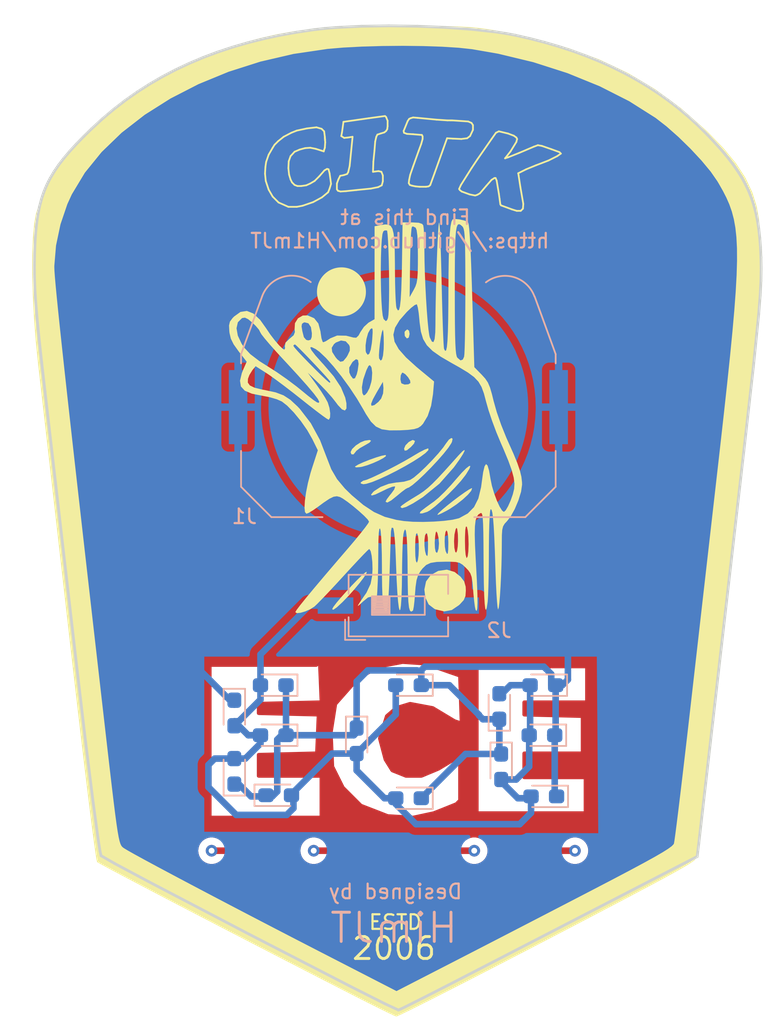
<source format=kicad_pcb>
(kicad_pcb (version 20211014) (generator pcbnew)
  (layers (0 "F.Cu" signal) (31 "B.Cu" signal) (34 "B.Paste" user) (35 "F.Paste" user) (36 "B.SilkS" user "B.Silkscreen") (37 "F.SilkS" user "F.Silkscreen") (38 "B.Mask" user) (39 "F.Mask" user) (44 "Edge.Cuts" user))
  (net 0 "")
  (net 1 "GND")
  (net 2 "+3V3")
  (net 3 "Net-(J1-Pad2)")
  (footprint "cit:Name" (layer "F.Cu") (at 153.1125 63.875)
    (fp_text reference "REF**" hide)
    (fp_text value "Name")
  )
  (footprint "cit:logo_inside" (layer "F.Cu") (at 154.4 83.1)
    (fp_text reference "REF**" hide)
    (fp_text value "logo_inside")
  )
  (footprint "cit:logo" (layer "F.Cu") (at 153.3 87.1)
    (fp_text reference "REF**" hide)
    (fp_text value "logo")
  )
  (footprint "cit:ECE" (layer "F.Cu") (at 153.035 104.14)
    (fp_text reference "REF**" hide)
    (fp_text value "ECE")
  )
  (footprint "LED_SMD:LED_0603_1608Metric_Pad1.05x0.95mm_HandSolder" (layer "B.Cu") (at 144.526 100.457 180)
    (fp_text reference "D7" hide)
    (fp_text value "LED")
    (pad "1" smd roundrect locked (at -0.875 0 180) (size 1.05 0.95) (layers "B.Cu" "B.Paste" "B.Mask") (net 1 "GND"))
    (pad "2" smd roundrect locked (at 0.875 0 180) (size 1.05 0.95) (layers "B.Cu" "B.Paste" "B.Mask") (net 2 "+3V3"))
  )
  (footprint "LED_SMD:LED_0603_1608Metric_Pad1.05x0.95mm_HandSolder" (layer "B.Cu") (at 144.9 108)
    (fp_text reference "D3" hide)
    (fp_text value "LED")
    (pad "1" smd roundrect locked (at -0.875 0) (size 1.05 0.95) (layers "B.Cu" "B.Paste" "B.Mask") (net 1 "GND"))
    (pad "2" smd roundrect locked (at 0.875 0) (size 1.05 0.95) (layers "B.Cu" "B.Paste" "B.Mask") (net 2 "+3V3"))
  )
  (footprint "LED_SMD:LED_0603_1608Metric_Pad1.05x0.95mm_HandSolder" (layer "B.Cu") (at 153.797 108.204 180)
    (fp_text reference "D8" hide)
    (fp_text value "LED")
    (pad "1" smd roundrect locked (at -0.875 0 180) (size 1.05 0.95) (layers "B.Cu" "B.Paste" "B.Mask") (net 1 "GND"))
    (pad "2" smd roundrect locked (at 0.875 0 180) (size 1.05 0.95) (layers "B.Cu" "B.Paste" "B.Mask") (net 2 "+3V3"))
  )
  (footprint "LED_SMD:LED_0603_1608Metric_Pad1.05x0.95mm_HandSolder" (layer "B.Cu") (at 163.0035 100.457 180)
    (fp_text reference "D2" hide)
    (fp_text value "LED")
    (pad "1" smd roundrect locked (at -0.875 0 180) (size 1.05 0.95) (layers "B.Cu" "B.Paste" "B.Mask") (net 1 "GND"))
    (pad "2" smd roundrect locked (at 0.875 0 180) (size 1.05 0.95) (layers "B.Cu" "B.Paste" "B.Mask") (net 2 "+3V3"))
  )
  (footprint "LED_SMD:LED_0603_1608Metric_Pad1.05x0.95mm_HandSolder" (layer "B.Cu") (at 150.241 104.267 -90)
    (fp_text reference "D13" hide)
    (fp_text value "LED")
    (pad "1" smd roundrect locked (at -0.875 0 270) (size 1.05 0.95) (layers "B.Cu" "B.Paste" "B.Mask") (net 1 "GND"))
    (pad "2" smd roundrect locked (at 0.875 0 270) (size 1.05 0.95) (layers "B.Cu" "B.Paste" "B.Mask") (net 2 "+3V3"))
  )
  (footprint "Battery:BatteryHolder_Keystone_3034_1x20mm" (layer "B.Cu") (at 153.1 81.4)
    (fp_text reference "J1" (at -10.554 7.493) (layer "B.SilkS") (effects (justify mirror)))
    (fp_text value "Conn_01x02")
    (pad "1" smd rect locked (at 10.985 0) (size 1.27 5.08) (layers "B.Cu" "B.Paste" "B.Mask") (net 1 "GND"))
    (pad "1" smd rect locked (at -10.985 0) (size 1.27 5.08) (layers "B.Cu" "B.Paste" "B.Mask") (net 1 "GND"))
    (pad "2" smd circle locked (at 0 0) (size 17.8 17.8) (layers "B.Cu" "B.Mask") (net 3 "Net-(J1-Pad2)"))
  )
  (footprint "LED_SMD:LED_0603_1608Metric_Pad1.05x0.95mm_HandSolder" (layer "B.Cu") (at 163.068 108.077 180)
    (fp_text reference "D11" hide)
    (fp_text value "LED")
    (pad "1" smd roundrect locked (at -0.875 0 180) (size 1.05 0.95) (layers "B.Cu" "B.Paste" "B.Mask") (net 1 "GND"))
    (pad "2" smd roundrect locked (at 0.875 0 180) (size 1.05 0.95) (layers "B.Cu" "B.Paste" "B.Mask") (net 2 "+3V3"))
  )
  (footprint "LED_SMD:LED_0603_1608Metric_Pad1.05x0.95mm_HandSolder" (layer "B.Cu") (at 162.941 103.886 180)
    (fp_text reference "D4" hide)
    (fp_text value "LED")
    (pad "1" smd roundrect locked (at -0.875 0 180) (size 1.05 0.95) (layers "B.Cu" "B.Paste" "B.Mask") (net 1 "GND"))
    (pad "2" smd roundrect locked (at 0.875 0 180) (size 1.05 0.95) (layers "B.Cu" "B.Paste" "B.Mask") (net 2 "+3V3"))
  )
  (footprint "LED_SMD:LED_0603_1608Metric_Pad1.05x0.95mm_HandSolder" (layer "B.Cu") (at 144.526 103.886 180)
    (fp_text reference "D1" hide)
    (fp_text value "LED")
    (pad "1" smd roundrect locked (at -0.875 0 180) (size 1.05 0.95) (layers "B.Cu" "B.Paste" "B.Mask") (net 1 "GND"))
    (pad "2" smd roundrect locked (at 0.875 0 180) (size 1.05 0.95) (layers "B.Cu" "B.Paste" "B.Mask") (net 2 "+3V3"))
  )
  (footprint "LED_SMD:LED_0603_1608Metric_Pad1.05x0.95mm_HandSolder" (layer "B.Cu") (at 141.859 102.362 -90)
    (fp_text reference "D9" hide)
    (fp_text value "LED")
    (pad "1" smd roundrect locked (at -0.875 0 270) (size 1.05 0.95) (layers "B.Cu" "B.Paste" "B.Mask") (net 1 "GND"))
    (pad "2" smd roundrect locked (at 0.875 0 270) (size 1.05 0.95) (layers "B.Cu" "B.Paste" "B.Mask") (net 2 "+3V3"))
  )
  (footprint "LED_SMD:LED_0603_1608Metric_Pad1.05x0.95mm_HandSolder" (layer "B.Cu") (at 153.797 100.457 180)
    (fp_text reference "D10" hide)
    (fp_text value "LED")
    (pad "1" smd roundrect locked (at -0.875 0 180) (size 1.05 0.95) (layers "B.Cu" "B.Paste" "B.Mask") (net 1 "GND"))
    (pad "2" smd roundrect locked (at 0.875 0 180) (size 1.05 0.95) (layers "B.Cu" "B.Paste" "B.Mask") (net 2 "+3V3"))
  )
  (footprint "LED_SMD:LED_0603_1608Metric_Pad1.05x0.95mm_HandSolder" (layer "B.Cu") (at 160.147 106.045 -90)
    (fp_text reference "D6" hide)
    (fp_text value "LED")
    (pad "1" smd roundrect locked (at -0.875 0 270) (size 1.05 0.95) (layers "B.Cu" "B.Paste" "B.Mask") (net 1 "GND"))
    (pad "2" smd roundrect locked (at 0.875 0 270) (size 1.05 0.95) (layers "B.Cu" "B.Paste" "B.Mask") (net 2 "+3V3"))
  )
  (footprint "Button_Switch_SMD:SW_DIP_SPSTx01_Slide_6.7x4.1mm_W8.61mm_P2.54mm_LowProfile" (layer "B.Cu") (at 153.1 95)
    (fp_text reference "J2" (at 6.9 1.7) (layer "B.SilkS") (effects (justify mirror)))
    (fp_text value "Conn_01x02")
    (pad "1" smd rect locked (at -4.305 0) (size 2.44 1.12) (layers "B.Cu" "B.Paste" "B.Mask") (net 2 "+3V3"))
    (pad "2" smd rect locked (at 4.305 0) (size 2.44 1.12) (layers "B.Cu" "B.Paste" "B.Mask") (net 3 "Net-(J1-Pad2)"))
  )
  (footprint "LED_SMD:LED_0603_1608Metric_Pad1.05x0.95mm_HandSolder" (layer "B.Cu") (at 160.02 101.9165 90)
    (fp_text reference "D5" hide)
    (fp_text value "LED")
    (pad "1" smd roundrect locked (at -0.875 0 90) (size 1.05 0.95) (layers "B.Cu" "B.Paste" "B.Mask") (net 1 "GND"))
    (pad "2" smd roundrect locked (at 0.875 0 90) (size 1.05 0.95) (layers "B.Cu" "B.Paste" "B.Mask") (net 2 "+3V3"))
  )
  (footprint "LED_SMD:LED_0603_1608Metric_Pad1.05x0.95mm_HandSolder" (layer "B.Cu") (at 141.859 106.3615 90)
    (fp_text reference "D12" hide)
    (fp_text value "LED")
    (pad "1" smd roundrect locked (at -0.875 0 90) (size 1.05 0.95) (layers "B.Cu" "B.Paste" "B.Mask") (net 1 "GND"))
    (pad "2" smd roundrect locked (at 0.875 0 90) (size 1.05 0.95) (layers "B.Cu" "B.Paste" "B.Mask") (net 2 "+3V3"))
  )
  (gr_line (start 136.5 71) (end 140.9 67.6) (layer "F.Cu") (width 0.45))
  (gr_line (start 169.7 71.3) (end 163.7 94.7) (layer "F.Cu") (width 0.45))
  (gr_line (start 142.5 94.4) (end 136.5 71) (layer "F.Cu") (width 0.45))
  (gr_line (start 165.3 67.9) (end 169.7 71.3) (layer "F.Cu") (width 0.45))
  (gr_circle (center 149.2 73.5) (end 150.8 73.592839) (layer "F.SilkS") (width 0.15) (fill solid))
  (gr_line (start 173.576087 112.198905) (end 158.606376 119.931571) (layer "Edge.Cuts") (width 0.191116))
  (gr_line (start 153.103507 122.718756) (end 152.165147 122.281473) (layer "Edge.Cuts") (width 0.191116))
  (gr_line (start 166.865912 57.698716) (end 167.72642 58.085078) (layer "Edge.Cuts") (width 0.191116))
  (gr_line (start 128.347499 75.396347) (end 128.252593 74.277923) (layer "Edge.Cuts") (width 0.191116))
  (gr_line (start 132.08142 62.322806) (end 132.08142 62.322806) (layer "Edge.Cuts") (width 0.191116))
  (gr_line (start 165.977927 57.338118) (end 166.865912 57.698716) (layer "Edge.Cuts") (width 0.191116))
  (gr_line (start 177.948768 71.130667) (end 177.963284 71.907481) (layer "Edge.Cuts") (width 0.191116))
  (gr_line (start 175.243134 63.781892) (end 175.650119 64.267387) (layer "Edge.Cuts") (width 0.191116))
  (gr_line (start 154.404708 55.298337) (end 156.335451 55.378798) (layer "Edge.Cuts") (width 0.191116))
  (gr_line (start 168.559837 58.497404) (end 169.366547 58.935892) (layer "Edge.Cuts") (width 0.191116))
  (gr_line (start 128.503918 67.677923) (end 128.640512 67.15853) (layer "Edge.Cuts") (width 0.191116))
  (gr_line (start 160.485991 55.796404) (end 161.112373 55.914595) (layer "Edge.Cuts") (width 0.191116))
  (gr_line (start 173.576087 112.198905) (end 173.576087 112.198905) (layer "Edge.Cuts") (width 0.191116))
  (gr_line (start 135.96693 113.910425) (end 133.653528 112.674311) (layer "Edge.Cuts") (width 0.191116))
  (gr_line (start 170.901388 59.892158) (end 171.630289 60.410335) (layer "Edge.Cuts") (width 0.191116))
  (gr_line (start 150.56229 55.299234) (end 152.451059 55.271003) (layer "Edge.Cuts") (width 0.191116))
  (gr_line (start 128.160752 72.469098) (end 128.155101 71.662601) (layer "Edge.Cuts") (width 0.191116))
  (gr_line (start 132.724716 112.142569) (end 132.724716 112.142569) (layer "Edge.Cuts") (width 0.191116))
  (gr_line (start 129.238792 65.721924) (end 129.510065 65.263937) (layer "Edge.Cuts") (width 0.191116))
  (gr_line (start 131.09436 99.492835) (end 131.09436 99.492835) (layer "Edge.Cuts") (width 0.191116))
  (gr_line (start 140.721618 57.066325) (end 141.743981 56.728456) (layer "Edge.Cuts") (width 0.191116))
  (gr_line (start 128.252593 74.277923) (end 128.191797 73.321523) (layer "Edge.Cuts") (width 0.191116))
  (gr_line (start 147.330535 55.532134) (end 148.042818 55.451093) (layer "Edge.Cuts") (width 0.191116))
  (gr_line (start 129.510065 65.263937) (end 129.82177 64.806571) (layer "Edge.Cuts") (width 0.191116))
  (gr_line (start 177.600627 68.090529) (end 177.711684 68.630602) (layer "Edge.Cuts") (width 0.191116))
  (gr_line (start 132.654639 111.840036) (end 132.532983 111.068399) (layer "Edge.Cuts") (width 0.191116))
  (gr_line (start 132.823929 61.639939) (end 133.592011 60.992647) (layer "Edge.Cuts") (width 0.191116))
  (gr_line (start 132.532983 111.068399) (end 132.16168 108.325343) (layer "Edge.Cuts") (width 0.191116))
  (gr_line (start 164.117986 56.693415) (end 165.06208 57.003085) (layer "Edge.Cuts") (width 0.191116))
  (gr_line (start 170.146936 59.400744) (end 170.901388 59.892158) (layer "Edge.Cuts") (width 0.191116))
  (gr_line (start 177.79477 75.022901) (end 177.42506 78.665998) (layer "Edge.Cuts") (width 0.191116))
  (gr_line (start 177.947832 72.754324) (end 177.894349 73.762398) (layer "Edge.Cuts") (width 0.191116))
  (gr_line (start 173.687171 111.301947) (end 173.687171 111.301947) (layer "Edge.Cuts") (width 0.191116))
  (gr_line (start 128.170486 70.843985) (end 128.199582 70.115251) (layer "Edge.Cuts") (width 0.191116))
  (gr_line (start 139.729654 57.43762) (end 140.721618 57.066325) (layer "Edge.Cuts") (width 0.191116))
  (gr_line (start 177.42506 78.665998) (end 176.774185 84.413214) (layer "Edge.Cuts") (width 0.191116))
  (gr_line (start 176.016112 64.740338) (end 176.343141 65.205396) (layer "Edge.Cuts") (width 0.191116))
  (gr_line (start 141.743981 56.728456) (end 142.797279 56.423773) (layer "Edge.Cuts") (width 0.191116))
  (gr_line (start 156.335451 55.378798) (end 158.1555 55.509953) (layer "Edge.Cuts") (width 0.191116))
  (gr_line (start 128.880447 80.304228) (end 128.657068 78.351452) (layer "Edge.Cuts") (width 0.191116))
  (gr_line (start 156.516622 121.009736) (end 154.782519 121.894673) (layer "Edge.Cuts") (width 0.191116))
  (gr_line (start 131.09436 99.492835) (end 128.880447 80.304228) (layer "Edge.Cuts") (width 0.191116))
  (gr_line (start 128.394233 68.227399) (end 128.503918 67.677923) (layer "Edge.Cuts") (width 0.191116))
  (gr_line (start 144.998821 55.913013) (end 146.148139 55.706457) (layer "Edge.Cuts") (width 0.191116))
  (gr_line (start 158.606376 119.931571) (end 156.516622 121.009736) (layer "Edge.Cuts") (width 0.191116))
  (gr_line (start 174.657455 102.855902) (end 173.687171 111.301947) (layer "Edge.Cuts") (width 0.191116))
  (gr_line (start 174.29808 62.75466) (end 174.793131 63.2792) (layer "Edge.Cuts") (width 0.191116))
  (gr_line (start 128.199582 70.115251) (end 128.244769 69.440171) (layer "Edge.Cuts") (width 0.191116))
  (gr_line (start 135.207036 59.803829) (end 136.055053 59.261827) (layer "Edge.Cuts") (width 0.191116))
  (gr_line (start 152.165147 122.281473) (end 149.844925 121.112829) (layer "Edge.Cuts") (width 0.191116))
  (gr_line (start 128.170486 70.843985) (end 128.170486 70.843985) (layer "Edge.Cuts") (width 0.191116))
  (gr_line (start 161.112373 55.914595) (end 162.143518 56.14937) (layer "Edge.Cuts") (width 0.191116))
  (gr_line (start 153.584627 122.494855) (end 153.243186 122.659561) (layer "Edge.Cuts") (width 0.191116))
  (gr_line (start 159.777069 55.689364) (end 160.485991 55.796404) (layer "Edge.Cuts") (width 0.191116))
  (gr_line (start 153.103507 122.718756) (end 153.103507 122.718756) (layer "Edge.Cuts") (width 0.191116))
  (gr_line (start 142.9032 117.538615) (end 135.96693 113.910425) (layer "Edge.Cuts") (width 0.191116))
  (gr_line (start 138.767551 57.842578) (end 139.729654 57.43762) (layer "Edge.Cuts") (width 0.191116))
  (gr_line (start 148.826186 55.385466) (end 150.56229 55.299234) (layer "Edge.Cuts") (width 0.191116))
  (gr_line (start 128.719745 66.908273) (end 128.80672 66.663328) (layer "Edge.Cuts") (width 0.191116))
  (gr_line (start 158.606376 119.931571) (end 158.606376 119.931571) (layer "Edge.Cuts") (width 0.191116))
  (gr_line (start 137.834774 58.28144) (end 138.767551 57.842578) (layer "Edge.Cuts") (width 0.191116))
  (gr_line (start 176.888419 66.130444) (end 177.110723 66.599739) (layer "Edge.Cuts") (width 0.191116))
  (gr_line (start 177.464799 67.575129) (end 177.600627 68.090529) (layer "Edge.Cuts") (width 0.191116))
  (gr_line (start 176.774185 84.413214) (end 176.774185 84.413214) (layer "Edge.Cuts") (width 0.191116))
  (gr_line (start 142.797279 56.423773) (end 143.882047 56.152038) (layer "Edge.Cuts") (width 0.191116))
  (gr_line (start 136.930787 58.754443) (end 137.834774 58.28144) (layer "Edge.Cuts") (width 0.191116))
  (gr_line (start 132.724716 112.142569) (end 132.654639 111.840036) (layer "Edge.Cuts") (width 0.191116))
  (gr_line (start 174.29808 62.75466) (end 174.29808 62.75466) (layer "Edge.Cuts") (width 0.191116))
  (gr_line (start 148.042818 55.451093) (end 148.826186 55.385466) (layer "Edge.Cuts") (width 0.191116))
  (gr_line (start 177.8 69.2) (end 177.8676 69.803376) (layer "Edge.Cuts") (width 0.191116))
  (gr_line (start 161.112373 55.914595) (end 161.112373 55.914595) (layer "Edge.Cuts") (width 0.191116))
  (gr_line (start 177.948768 71.130667) (end 177.948768 71.130667) (layer "Edge.Cuts") (width 0.191116))
  (gr_line (start 158.1555 55.509953) (end 159.777069 55.689364) (layer "Edge.Cuts") (width 0.191116))
  (gr_line (start 128.308751 68.812851) (end 128.394233 68.227399) (layer "Edge.Cuts") (width 0.191116))
  (gr_line (start 176.343141 65.205396) (end 176.633234 65.667214) (layer "Edge.Cuts") (width 0.191116))
  (gr_line (start 147.330535 55.532134) (end 147.330535 55.532134) (layer "Edge.Cuts") (width 0.191116))
  (gr_line (start 177.711684 68.630602) (end 177.8 69.2) (layer "Edge.Cuts") (width 0.191116))
  (gr_line (start 132.08142 62.322806) (end 132.823929 61.639939) (layer "Edge.Cuts") (width 0.191116))
  (gr_line (start 176.774185 84.413214) (end 174.657455 102.855902) (layer "Edge.Cuts") (width 0.191116))
  (gr_line (start 171.630289 60.410335) (end 172.334023 60.955474) (layer "Edge.Cuts") (width 0.191116))
  (gr_line (start 177.916514 70.445381) (end 177.948768 71.130667) (layer "Edge.Cuts") (width 0.191116))
  (gr_line (start 167.72642 58.085078) (end 168.559837 58.497404) (layer "Edge.Cuts") (width 0.191116))
  (gr_line (start 177.894349 73.762398) (end 177.79477 75.022901) (layer "Edge.Cuts") (width 0.191116))
  (gr_line (start 134.386201 60.38069) (end 135.207036 59.803829) (layer "Edge.Cuts") (width 0.191116))
  (gr_line (start 173.687171 111.301947) (end 173.576087 112.198905) (layer "Edge.Cuts") (width 0.191116))
  (gr_line (start 158.606376 119.931571) (end 158.606376 119.931571) (layer "Edge.Cuts") (width 0.191116))
  (gr_line (start 128.657068 78.351452) (end 128.480871 76.73484) (layer "Edge.Cuts") (width 0.191116))
  (gr_line (start 131.526992 62.865459) (end 132.08142 62.322806) (layer "Edge.Cuts") (width 0.191116))
  (gr_line (start 131.664305 104.328466) (end 131.09436 99.492835) (layer "Edge.Cuts") (width 0.191116))
  (gr_line (start 172.334023 60.955474) (end 173.012976 61.527774) (layer "Edge.Cuts") (width 0.191116))
  (gr_line (start 128.244769 69.440171) (end 128.308751 68.812851) (layer "Edge.Cuts") (width 0.191116))
  (gr_line (start 169.366547 58.935892) (end 170.146936 59.400744) (layer "Edge.Cuts") (width 0.191116))
  (gr_line (start 143.882047 56.152038) (end 144.998821 55.913013) (layer "Edge.Cuts") (width 0.191116))
  (gr_line (start 177.8676 69.803376) (end 177.916514 70.445381) (layer "Edge.Cuts") (width 0.191116))
  (gr_line (start 128.480871 76.73484) (end 128.347499 75.396347) (layer "Edge.Cuts") (width 0.191116))
  (gr_line (start 128.191797 73.321523) (end 128.160752 72.469098) (layer "Edge.Cuts") (width 0.191116))
  (gr_line (start 129.005245 66.186423) (end 129.117471 65.952991) (layer "Edge.Cuts") (width 0.191116))
  (gr_line (start 177.963284 71.907481) (end 177.947832 72.754324) (layer "Edge.Cuts") (width 0.191116))
  (gr_line (start 133.592011 60.992647) (end 134.386201 60.38069) (layer "Edge.Cuts") (width 0.191116))
  (gr_line (start 173.667534 62.127437) (end 174.29808 62.75466) (layer "Edge.Cuts") (width 0.191116))
  (gr_line (start 174.793131 63.2792) (end 175.243134 63.781892) (layer "Edge.Cuts") (width 0.191116))
  (gr_line (start 130.176611 64.343933) (end 130.577292 63.870129) (layer "Edge.Cuts") (width 0.191116))
  (gr_line (start 165.06208 57.003085) (end 165.977927 57.338118) (layer "Edge.Cuts") (width 0.191116))
  (gr_line (start 128.901773 66.422956) (end 129.005245 66.186423) (layer "Edge.Cuts") (width 0.191116))
  (gr_line (start 146.148139 55.706457) (end 147.330535 55.532134) (layer "Edge.Cuts") (width 0.191116))
  (gr_line (start 136.055053 59.261827) (end 136.930787 58.754443) (layer "Edge.Cuts") (width 0.191116))
  (gr_line (start 163.14526 56.40891) (end 164.117986 56.693415) (layer "Edge.Cuts") (width 0.191116))
  (gr_line (start 162.143518 56.14937) (end 163.14526 56.40891) (layer "Edge.Cuts") (width 0.191116))
  (gr_line (start 128.880447 80.304228) (end 128.880447 80.304228) (layer "Edge.Cuts") (width 0.191116))
  (gr_line (start 128.640512 67.15853) (end 128.719745 66.908273) (layer "Edge.Cuts") (width 0.191116))
  (gr_line (start 174.657455 102.855902) (end 174.657455 102.855902) (layer "Edge.Cuts") (width 0.191116))
  (gr_line (start 175.650119 64.267387) (end 176.016112 64.740338) (layer "Edge.Cuts") (width 0.191116))
  (gr_line (start 131.026517 63.379269) (end 131.526992 62.865459) (layer "Edge.Cuts") (width 0.191116))
  (gr_line (start 129.82177 64.806571) (end 130.176611 64.343933) (layer "Edge.Cuts") (width 0.191116))
  (gr_line (start 128.155101 71.662601) (end 128.170486 70.843985) (layer "Edge.Cuts") (width 0.191116))
  (gr_line (start 154.782519 121.894673) (end 153.584627 122.494855) (layer "Edge.Cuts") (width 0.191116))
  (gr_line (start 149.844925 121.112829) (end 142.9032 117.538615) (layer "Edge.Cuts") (width 0.191116))
  (gr_line (start 177.302174 67.079749) (end 177.464799 67.575129) (layer "Edge.Cuts") (width 0.191116))
  (gr_line (start 153.243186 122.659561) (end 153.103507 122.718756) (layer "Edge.Cuts") (width 0.191116))
  (gr_line (start 132.16168 108.325343) (end 131.664305 104.328466) (layer "Edge.Cuts") (width 0.191116))
  (gr_line (start 130.577292 63.870129) (end 131.026517 63.379269) (layer "Edge.Cuts") (width 0.191116))
  (gr_line (start 133.653528 112.674311) (end 132.724716 112.142569) (layer "Edge.Cuts") (width 0.191116))
  (gr_line (start 152.451059 55.271003) (end 154.404708 55.298337) (layer "Edge.Cuts") (width 0.191116))
  (gr_line (start 129.117471 65.952991) (end 129.238792 65.721924) (layer "Edge.Cuts") (width 0.191116))
  (gr_line (start 176.633234 65.667214) (end 176.888419 66.130444) (layer "Edge.Cuts") (width 0.191116))
  (gr_line (start 128.80672 66.663328) (end 128.901773 66.422956) (layer "Edge.Cuts") (width 0.191116))
  (gr_line (start 173.012976 61.527774) (end 173.667534 62.127437) (layer "Edge.Cuts") (width 0.191116))
  (gr_line (start 177.110723 66.599739) (end 177.302174 67.079749) (layer "Edge.Cuts") (width 0.191116))
  (gr_text "Designed by" (at 152.9 114.6) (layer "B.SilkS") (effects (font (size 1 1)) (justify mirror)))
  (gr_text "Find this at \nhttps://github.com/H1mJT" (at 153.2 69.2) (layer "B.SilkS") (effects (font (size 1 1)) (justify mirror)))
  (gr_text "HimJT" (at 152.8 117.1) (layer "B.SilkS") (effects (font (size 2 2) (thickness 0.2)) (justify mirror)))
  (gr_text "2006" (at 152.8 118.5) (layer "F.SilkS") (effects (font (size 1.5 1.5) (thickness 0.2))))
  (gr_text "ESTD" (at 152.9 116.7) (layer "F.SilkS") (effects (font (size 1 1))))
  (segment (start 162.7 111.8) (end 157.1 117.4) (width 0.45) (layer "F.Cu") (net 0))
  (segment (start 158.3 111.8) (end 157.1 111.8) (width 0.45) (layer "F.Cu") (net 0))
  (segment (start 142.8 111.8) (end 148.3 117.3) (width 0.45) (layer "F.Cu") (net 0))
  (segment (start 140.3 111.8) (end 142.8 111.8) (width 0.45) (layer "F.Cu") (net 0))
  (segment (start 147.3 111.8) (end 148.8 111.8) (width 0.45) (layer "F.Cu") (net 0))
  (segment (start 157.1 111.8) (end 154.2 114.7) (width 0.45) (layer "F.Cu") (net 0))
  (segment (start 165.2 111.8) (end 162.7 111.8) (width 0.45) (layer "F.Cu") (net 0))
  (segment (start 148.8 111.8) (end 151.7 114.7) (width 0.45) (layer "F.Cu") (net 0))
  (via (at 140.3 111.8) (size 0.8) (drill 0.4) (layers "F.Cu" "B.Cu") (net 0))
  (via (at 158.3 111.8) (size 0.8) (drill 0.4) (layers "F.Cu" "B.Cu") (net 0))
  (via (at 147.3 111.8) (size 0.8) (drill 0.4) (layers "F.Cu" "B.Cu") (net 0))
  (via (at 165.2 111.8) (size 0.8) (drill 0.4) (layers "F.Cu" "B.Cu") (net 0))
  (segment (start 163.8785 103.8235) (end 163.816 103.886) (width 0.45) (layer "B.Cu") (net 1))
  (segment (start 164.085 96.902) (end 164.719 97.536) (width 0.45) (layer "B.Cu") (net 1))
  (segment (start 144.4615 108.077) (end 144.79948 107.73902) (width 0.45) (layer "B.Cu") (net 1))
  (segment (start 160.02 105.3455) (end 160.147 105.4725) (width 0.45) (layer "B.Cu") (net 1))
  (segment (start 158.8915 102.7915) (end 160.02 102.7915) (width 0.45) (layer "B.Cu") (net 1))
  (segment (start 135.128 95.0585) (end 135.128 85.217) (width 0.45) (layer "B.Cu") (net 1))
  (segment (start 144.79948 107.73902) (end 144.79948 104.18502) (width 0.45) (layer "B.Cu") (net 1))
  (segment (start 150.241 103.6945) (end 150.241 100.203) (width 0.45) (layer "B.Cu") (net 1))
  (segment (start 157.706 105.17) (end 160.147 105.17) (width 0.45) (layer "B.Cu") (net 1))
  (segment (start 154.913 99.187) (end 154.672 99.428) (width 0.45) (layer "B.Cu") (net 1))
  (segment (start 154.672 108.204) (end 157.706 105.17) (width 0.45) (layer "B.Cu") (net 1))
  (segment (start 160.02 102.489) (end 160.02 105.3455) (width 0.45) (layer "B.Cu") (net 1))
  (segment (start 154.385 99.441) (end 154.672 99.728) (width 0.45) (layer "B.Cu") (net 1))
  (segment (start 141.859 106.934) (end 143.002 108.077) (width 0.45) (layer "B.Cu") (net 1))
  (segment (start 164.719 97.536) (end 164.719 100.076) (width 0.45) (layer "B.Cu") (net 1))
  (segment (start 141.859 101.7895) (end 135.128 95.0585) (width 0.45) (layer "B.Cu") (net 1))
  (segment (start 163.576 99.695) (end 163.068 99.187) (width 0.45) (layer "B.Cu") (net 1))
  (segment (start 163.576 103.8235) (end 163.5135 103.886) (width 0.45) (layer "B.Cu") (net 1))
  (segment (start 154.672 99.428) (end 154.672 99.728) (width 0.45) (layer "B.Cu") (net 1))
  (segment (start 158.623 102.523) (end 158.8915 102.7915) (width 0.45) (layer "B.Cu") (net 1))
  (segment (start 164.085 81.4) (end 164.085 96.902) (width 0.45) (layer "B.Cu") (net 1))
  (segment (start 158.623 102.489) (end 158.623 102.523) (width 0.45) (layer "B.Cu") (net 1))
  (segment (start 144.79948 104.18502) (end 145.0985 103.886) (width 0.45) (layer "B.Cu") (net 1))
  (segment (start 163.816 107.95) (end 163.943 108.077) (width 0.45) (layer "B.Cu") (net 1))
  (segment (start 154.3695 100.457) (end 156.591 100.457) (width 0.45) (layer "B.Cu") (net 1))
  (segment (start 164.719 100.076) (end 164.338 100.457) (width 0.45) (layer "B.Cu") (net 1))
  (segment (start 154.672 99.728) (end 154.672 100.457) (width 0.45) (layer "B.Cu") (net 1))
  (segment (start 151.003 99.441) (end 154.385 99.441) (width 0.45) (layer "B.Cu") (net 1))
  (segment (start 138.938 81.407) (end 142.108 81.407) (width 0.45) (layer "B.Cu") (net 1))
  (segment (start 163.576 100.457) (end 163.576 99.695) (width 0.45) (layer "B.Cu") (net 1))
  (segment (start 135.128 85.217) (end 138.938 81.407) (width 0.45) (layer "B.Cu") (net 1))
  (segment (start 150.0495 103.886) (end 150.241 103.6945) (width 0.45) (layer "B.Cu") (net 1))
  (segment (start 145.0985 100.457) (end 145.0985 100.521136) (width 0.45) (layer "B.Cu") (net 1))
  (segment (start 163.068 99.187) (end 154.913 99.187) (width 0.45) (layer "B.Cu") (net 1))
  (segment (start 143.002 108.077) (end 144.4615 108.077) (width 0.45) (layer "B.Cu") (net 1))
  (segment (start 156.591 100.457) (end 158.623 102.489) (width 0.45) (layer "B.Cu") (net 1))
  (segment (start 145.401 103.886) (end 145.401 100.457) (width 0.45) (layer "B.Cu") (net 1))
  (segment (start 142.108 81.407) (end 142.115 81.4) (width 0.45) (layer "B.Cu") (net 1))
  (segment (start 164.338 100.457) (end 163.576 100.457) (width 0.45) (layer "B.Cu") (net 1))
  (segment (start 150.241 100.203) (end 151.003 99.441) (width 0.45) (layer "B.Cu") (net 1))
  (segment (start 145.0985 103.886) (end 150.0495 103.886) (width 0.45) (layer "B.Cu") (net 1))
  (segment (start 163.816 103.886) (end 163.816 107.95) (width 0.45) (layer "B.Cu") (net 1))
  (segment (start 163.8785 100.457) (end 163.8785 103.8235) (width 0.45) (layer "B.Cu") (net 1))
  (segment (start 148.795 95) (end 147 95) (width 0.45) (layer "B.Cu") (net 2))
  (segment (start 162.1285 100.457) (end 162.1285 103.8235) (width 0.45) (layer "B.Cu") (net 2))
  (segment (start 141.859 102.9345) (end 142.8105 103.886) (width 0.45) (layer "B.Cu") (net 2))
  (segment (start 142.1655 102.9345) (end 141.859 102.9345) (width 0.45) (layer "B.Cu") (net 2))
  (segment (start 152.922 108.599) (end 154.305 109.982) (width 0.45) (layer "B.Cu") (net 2))
  (segment (start 143.651 104.449) (end 142.6135 105.4865) (width 0.45) (layer "B.Cu") (net 2))
  (segment (start 160.147 107.061) (end 161.29 108.204) (width 0.45) (layer "B.Cu") (net 2))
  (segment (start 145.909 108.077) (end 145.909 108.891) (width 0.45) (layer "B.Cu") (net 2))
  (segment (start 160.782 100.457) (end 162.431 100.457) (width 0.45) (layer "B.Cu") (net 2))
  (segment (start 140.081 107.442) (end 140.081 105.919) (width 0.45) (layer "B.Cu") (net 2))
  (segment (start 148.558 105.142) (end 150.241 105.142) (width 0.45) (layer "B.Cu") (net 2))
  (segment (start 145.909 108.077) (end 145.909 107.791) (width 0.45) (layer "B.Cu") (net 2))
  (segment (start 162.193 109.206) (end 161.417 109.982) (width 0.45) (layer "B.Cu") (net 2))
  (segment (start 162.1285 103.8235) (end 162.066 103.886) (width 0.45) (layer "B.Cu") (net 2))
  (segment (start 143.651 98.349) (end 143.651 100.457) (width 0.45) (layer "B.Cu") (net 2))
  (segment (start 160.147 106.6175) (end 160.147 107.061) (width 0.45) (layer "B.Cu") (net 2))
  (segment (start 160.147 106.92) (end 161.177 106.92) (width 0.45) (layer "B.Cu") (net 2))
  (segment (start 162.193 108.077) (end 162.193 109.206) (width 0.45) (layer "B.Cu") (net 2))
  (segment (start 154.305 109.982) (end 161.417 109.982) (width 0.45) (layer "B.Cu") (net 2))
  (segment (start 140.081 105.919) (end 140.5135 105.4865) (width 0.45) (layer "B.Cu") (net 2))
  (segment (start 152.922 102.461) (end 150.241 105.142) (width 0.45) (layer "B.Cu") (net 2))
  (segment (start 142.8105 103.886) (end 143.9535 103.886) (width 0.45) (layer "B.Cu") (net 2))
  (segment (start 150.241 104.8395) (end 150.241 106.299) (width 0.45) (layer "B.Cu") (net 2))
  (segment (start 147 95) (end 143.651 98.349) (width 0.45) (layer "B.Cu") (net 2))
  (segment (start 141.986 109.347) (end 140.081 107.442) (width 0.45) (layer "B.Cu") (net 2))
  (segment (start 152.922 108.204) (end 152.922 108.599) (width 0.45) (layer "B.Cu") (net 2))
  (segment (start 162.066 106.031) (end 162.066 103.886) (width 0.45) (layer "B.Cu") (net 2))
  (segment (start 150.241 104.8395) (end 150.5575 104.8395) (width 0.45) (layer "B.Cu") (net 2))
  (segment (start 143.651 101.445) (end 141.859 103.237) (width 0.45) (layer "B.Cu") (net 2))
  (segment (start 152.146 108.204) (end 153.2245 108.204) (width 0.45) (layer "B.Cu") (net 2))
  (segment (start 150.241 106.299) (end 152.146 108.204) (width 0.45) (layer "B.Cu") (net 2))
  (segment (start 161.177 106.92) (end 162.066 106.031) (width 0.45) (layer "B.Cu") (net 2))
  (segment (start 145.909 107.791) (end 148.558 105.142) (width 0.45) (layer "B.Cu") (net 2))
  (segment (start 161.29 108.204) (end 162.3685 108.204) (width 0.45) (layer "B.Cu") (net 2))
  (segment (start 143.651 103.886) (end 143.651 104.449) (width 0.45) (layer "B.Cu") (net 2))
  (segment (start 152.922 100.457) (end 152.922 102.461) (width 0.45) (layer "B.Cu") (net 2))
  (segment (start 143.651 100.457) (end 143.651 101.445) (width 0.45) (layer "B.Cu") (net 2))
  (segment (start 145.669 108.077) (end 145.6065 108.077) (width 0.45) (layer "B.Cu") (net 2))
  (segment (start 162.3685 108.204) (end 162.4955 108.077) (width 0.45) (layer "B.Cu") (net 2))
  (segment (start 160.02 101.219) (end 160.782 100.457) (width 0.45) (layer "B.Cu") (net 2))
  (segment (start 160.02 101.344) (end 160.02 101.219) (width 0.45) (layer "B.Cu") (net 2))
  (segment (start 140.5135 105.4865) (end 141.859 105.4865) (width 0.45) (layer "B.Cu") (net 2))
  (segment (start 145.453 109.347) (end 141.986 109.347) (width 0.45) (layer "B.Cu") (net 2))
  (segment (start 145.909 108.891) (end 145.453 109.347) (width 0.45) (layer "B.Cu") (net 2))
  (segment (start 142.6135 105.4865) (end 141.859 105.4865) (width 0.45) (layer "B.Cu") (net 2))
  (segment (start 157.405 85.705) (end 153.1 81.4) (width 0.45) (layer "B.Cu") (net 3))
  (segment (start 157.405 95) (end 157.405 85.705) (width 0.45) (layer "B.Cu") (net 3))
  (segment (start 157.405 86.158) (end 152.654 81.407) (width 0.45) (layer "B.Cu") (net 3))
  (zone (net 0) (net_name "") (layer "F.Cu") (connect_pads (clearance 0)) (min_thickness 0.254)
    (keepout (tracks not_allowed) (vias not_allowed) (pads not_allowed) (copperpour not_allowed) (footprints allowed))
    (fill (thermal_gap 0.508) (thermal_bridge_width 0.508))
    (polygon (pts (xy 154.9 99.1) (xy 157.2 99.9) (xy 157.3 102.9) (xy 157 102.8) (xy 155.5 101.9) (xy 153.9 101.6) (xy 152.9 101.9) (xy 152.2 102.5) (xy 151.7 104.1) (xy 152.1 105.6) (xy 152.6 106.4) (xy 153.6 106.8) (xy 154.7 106.8) (xy 155.9 106.3) (xy 156.9 105.7) (xy 157.2 105.7) (xy 157.2 108.3) (xy 157 108.5) (xy 155.5 109.1) (xy 154.1 109.4) (xy 152.4 109.3) (xy 150.6 108.6) (xy 149.4 107.4) (xy 148.7 106) (xy 148.6 103.7) (xy 148.9 101.8) (xy 150.4 100.1) (xy 151.8 99.3) (xy 153.4 99)))
  )
  (zone (net 0) (net_name "") (layer "F.Cu") (connect_pads (clearance 0)) (min_thickness 0.254)
    (keepout (tracks not_allowed) (vias not_allowed) (pads not_allowed) (copperpour not_allowed) (footprints allowed))
    (fill (thermal_gap 0.508) (thermal_bridge_width 0.508))
    (polygon (pts (xy 147.7 101.5) (xy 143.4 101.6) (xy 143.4 102.5) (xy 147.5 102.6) (xy 147.4 105) (xy 143.4 105.1) (xy 143.4 106.8) (xy 147.7 106.8) (xy 147.7 109.4) (xy 140.3 109.4) (xy 140.3 99.2) (xy 147.6 99.2) (xy 147.6 99.1)))
  )
  (zone (net 0) (net_name "") (layer "F.Cu") (connect_pads (clearance 0)) (min_thickness 0.254)
    (keepout (tracks not_allowed) (vias not_allowed) (pads not_allowed) (copperpour not_allowed) (footprints allowed))
    (fill (thermal_gap 0.508) (thermal_bridge_width 0.508))
    (polygon (pts (xy 165.9 101.5) (xy 161.6 101.5) (xy 161.6 102.6) (xy 165.6 102.7) (xy 165.6 105) (xy 161.6 105) (xy 161.6 106.9) (xy 165.8 106.9) (xy 165.8 109.1) (xy 158.6 109.1) (xy 158.6 99.3) (xy 165.9 99.3)))
  )
  (zone (net 0) (net_name "") (layer "F.Cu") (connect_pads (clearance 0.508)) (min_thickness 0.254) (fill yes (thermal_gap 0.508) (thermal_bridge_width 0.508))
    (polygon (pts (xy 152.8 53.8) (xy 178.901429 53.801147) (xy 178.801429 123.701147) (xy 125.9 123.1) (xy 126 53.8) (xy 152.5 53.6) (xy 152.6 53.5)))
  )
  (zone (net 0) (net_name "") (layer "B.Cu") (connect_pads (clearance 0)) (min_thickness 0.254)
    (keepout (tracks allowed) (vias allowed) (pads allowed) (copperpour not_allowed) (footprints allowed))
    (fill (thermal_gap 0.508) (thermal_bridge_width 0.508))
    (polygon (pts (xy 166.8 110.6) (xy 139.8 110.5) (xy 139.8 98.5) (xy 166.7 98.5)))
  )
  (zone (net 1) (net_name "GND") (layer "B.Cu") (connect_pads (clearance 0.508)) (min_thickness 0.254) (fill yes (thermal_gap 0.508) (thermal_bridge_width 0.508))
    (polygon (pts (xy 178.631356 123.504434) (xy 126 123.2) (xy 125.8 53.8) (xy 126.1 53.7) (xy 178.931356 53.704434)))
  )
)
</source>
